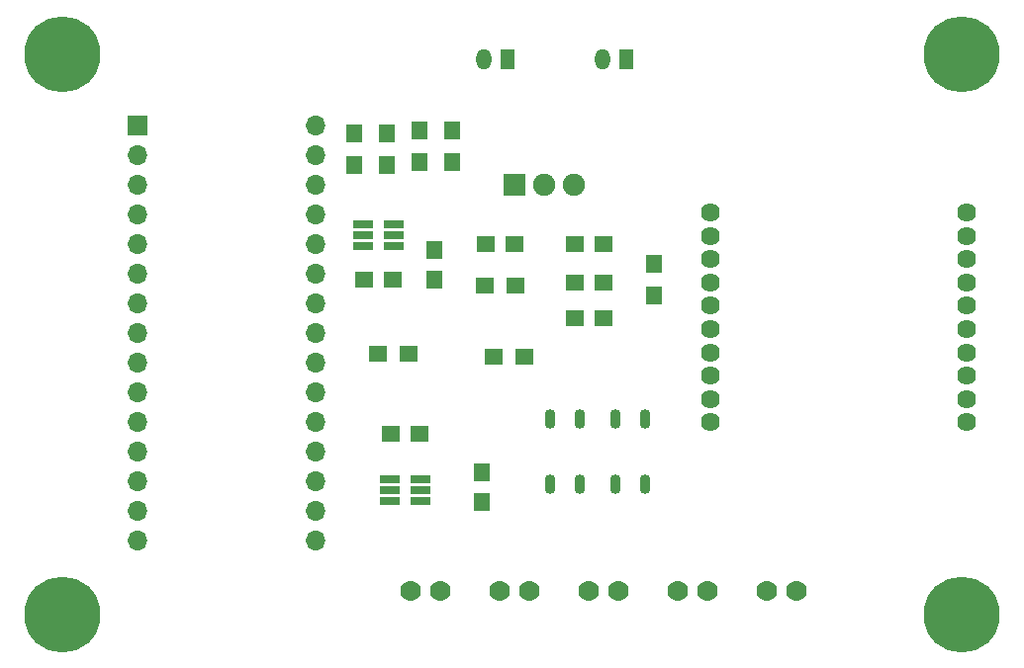
<source format=gts>
G04 #@! TF.FileFunction,Soldermask,Top*
%FSLAX46Y46*%
G04 Gerber Fmt 4.6, Leading zero omitted, Abs format (unit mm)*
G04 Created by KiCad (PCBNEW 4.0.7) date 05/09/18 21:31:48*
%MOMM*%
%LPD*%
G01*
G04 APERTURE LIST*
%ADD10C,0.100000*%
%ADD11C,6.500000*%
%ADD12R,1.400000X1.600000*%
%ADD13R,1.700000X1.700000*%
%ADD14O,1.700000X1.700000*%
%ADD15R,1.600000X1.350000*%
%ADD16C,1.900000*%
%ADD17R,1.900000X1.900000*%
%ADD18R,1.600000X1.400000*%
%ADD19C,1.624000*%
%ADD20R,1.350000X1.600000*%
%ADD21R,1.660000X0.750000*%
%ADD22R,1.300000X1.800000*%
%ADD23O,1.300000X1.800000*%
%ADD24C,1.770000*%
%ADD25O,0.900000X1.700000*%
G04 APERTURE END LIST*
D10*
D11*
X87000000Y-98000000D03*
X87000000Y-146000000D03*
X164000000Y-146000000D03*
D12*
X112014000Y-104822000D03*
X112014000Y-107522000D03*
X120396000Y-104568000D03*
X120396000Y-107268000D03*
D13*
X93472000Y-104140000D03*
D14*
X108712000Y-137160000D03*
X93472000Y-106680000D03*
X108712000Y-134620000D03*
X93472000Y-109220000D03*
X108712000Y-132080000D03*
X93472000Y-111760000D03*
X108712000Y-129540000D03*
X93472000Y-114300000D03*
X108712000Y-127000000D03*
X93472000Y-116840000D03*
X108712000Y-124460000D03*
X93472000Y-119380000D03*
X108712000Y-121920000D03*
X93472000Y-121920000D03*
X108712000Y-119380000D03*
X93472000Y-124460000D03*
X108712000Y-116840000D03*
X93472000Y-127000000D03*
X108712000Y-114300000D03*
X93472000Y-129540000D03*
X108712000Y-111760000D03*
X93472000Y-132080000D03*
X108712000Y-109220000D03*
X93472000Y-134620000D03*
X108712000Y-106680000D03*
X93472000Y-137160000D03*
X108712000Y-104140000D03*
X93472000Y-139700000D03*
X108712000Y-139700000D03*
D15*
X123210000Y-114300000D03*
X125710000Y-114300000D03*
X130830000Y-114300000D03*
X133330000Y-114300000D03*
D12*
X117602000Y-104568000D03*
X117602000Y-107268000D03*
X114808000Y-104822000D03*
X114808000Y-107522000D03*
D16*
X130810000Y-109220000D03*
D17*
X125730000Y-109220000D03*
D16*
X128270000Y-109220000D03*
D15*
X130830000Y-120650000D03*
X133330000Y-120650000D03*
X130830000Y-117602000D03*
X133330000Y-117602000D03*
D18*
X126572000Y-123952000D03*
X123872000Y-123952000D03*
X116666000Y-123698000D03*
X113966000Y-123698000D03*
X125810000Y-117856000D03*
X123110000Y-117856000D03*
D12*
X137668000Y-115998000D03*
X137668000Y-118698000D03*
D19*
X142417800Y-111572040D03*
X142417800Y-113573560D03*
X142417800Y-115572540D03*
X142417800Y-117574060D03*
X142417800Y-119573040D03*
X142417800Y-121572020D03*
X142417800Y-123573540D03*
X142417800Y-125572520D03*
X142417800Y-127574040D03*
X142417800Y-129573020D03*
X164414200Y-129573020D03*
X164414200Y-127574040D03*
X164414200Y-125572520D03*
X164414200Y-123573540D03*
X164414200Y-121572020D03*
X164414200Y-119573040D03*
X164414200Y-117574060D03*
X164414200Y-115572540D03*
X164414200Y-113573560D03*
X164414200Y-111572040D03*
D15*
X115082000Y-130556000D03*
X117582000Y-130556000D03*
X115296000Y-117348000D03*
X112796000Y-117348000D03*
D20*
X118872000Y-114828000D03*
X118872000Y-117328000D03*
X122936000Y-136378000D03*
X122936000Y-133878000D03*
D21*
X112696000Y-112588000D03*
X112696000Y-113538000D03*
X112696000Y-114488000D03*
X115396000Y-114488000D03*
X115396000Y-112588000D03*
X115396000Y-113538000D03*
X114982000Y-134432000D03*
X114982000Y-135382000D03*
X114982000Y-136332000D03*
X117682000Y-136332000D03*
X117682000Y-134432000D03*
X117682000Y-135382000D03*
D11*
X164000000Y-98000000D03*
D22*
X125095000Y-98425000D03*
D23*
X123095000Y-98425000D03*
D22*
X135255000Y-98425000D03*
D23*
X133255000Y-98425000D03*
D24*
X149860000Y-144018000D03*
X147320000Y-144018000D03*
X134620000Y-144018000D03*
X132080000Y-144018000D03*
X127000000Y-144018000D03*
X124460000Y-144018000D03*
X142240000Y-144018000D03*
X139700000Y-144018000D03*
X119380000Y-144018000D03*
X116840000Y-144018000D03*
D25*
X128778000Y-134880000D03*
X131318000Y-134880000D03*
X128778000Y-129280000D03*
X131318000Y-129280000D03*
X134366000Y-134880000D03*
X136906000Y-134880000D03*
X134366000Y-129280000D03*
X136906000Y-129280000D03*
M02*

</source>
